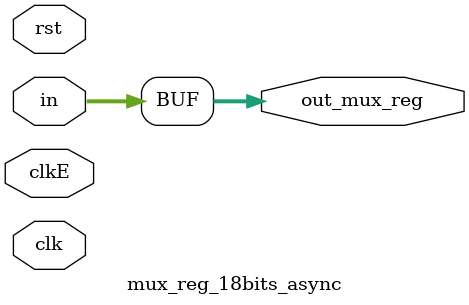
<source format=v>
module mux_reg_18bits_async(out_mux_reg, in, clk, clkE, rst);
    parameter Reg_state = "1"      ;
    parameter width_reg = 18       ;

    input [width_reg - 1:0] in     ;
    input clk                      ;
    input clkE                     ;
    input rst                      ;

    output [width_reg - 1:0] out_mux_reg ;
    reg [width_reg - 1:0] out_reg ;


    assign out_mux_reg = (Reg_state == 1)? out_reg : in;

    always @(posedge clk or posedge rst) begin
        if(rst)begin
            out_reg <= 0;
        end
        else if(clkE) begin
           out_reg <= in;  
        end
        
    end
endmodule
</source>
